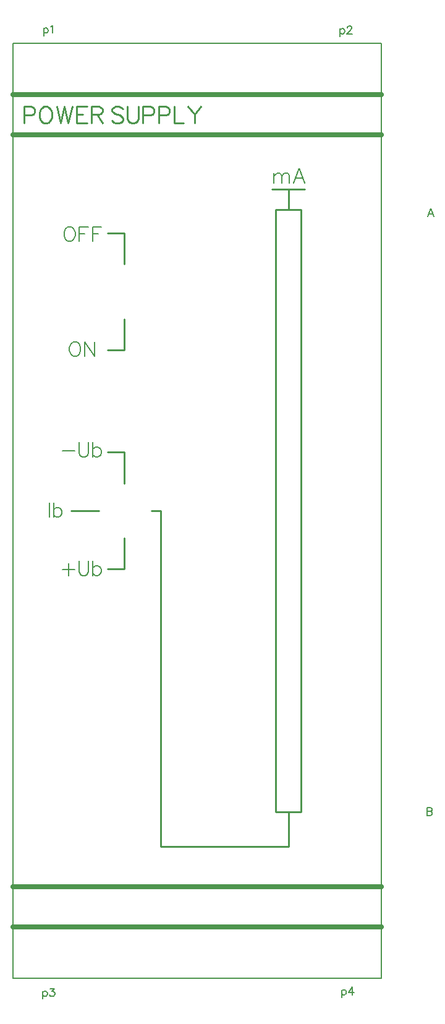
<source format=gto>
G04 start of page 9 for group -4079 idx -4079 *
G04 Title: 31.001.00.01.01.pcb, topsilk *
G04 Creator: pcb 4.2.1 *
G04 CreationDate: Wed Dec 23 16:06:14 2020 UTC *
G04 For: bert *
G04 Format: Gerber/RS-274X *
G04 PCB-Dimensions (mil): 3937.01 5905.51 *
G04 PCB-Coordinate-Origin: lower left *
%MOIN*%
%FSLAX25Y25*%
%LNGTO*%
%ADD36C,0.0084*%
%ADD35C,0.0250*%
%ADD34C,0.0100*%
%ADD33C,0.0080*%
G54D33*X238189Y551181D02*X238187Y47243D01*
G54D34*X181102Y461614D02*Y136811D01*
X194882D01*
Y461614D01*
X179134Y472441D02*X196850D01*
X187992Y118110D02*Y136811D01*
G54D35*X39370Y96456D02*X238187Y96456D01*
X39370Y74803D02*X238187Y74802D01*
G54D33*X39370Y47244D02*X238187Y47243D01*
G54D34*X119094Y118110D02*X187992D01*
G54D35*X39370Y501969D02*X238189Y501969D01*
X39370Y523622D02*X238189D01*
G54D33*Y551181D02*X39370Y551181D01*
G54D34*X181102Y461614D02*X194882D01*
G54D33*X39370Y47244D02*X39370Y551181D01*
G54D34*X99409Y267717D02*X99409Y284449D01*
Y313976D02*X99409Y330709D01*
Y330708D02*X90551Y330709D01*
X99409Y267717D02*X90551Y267717D01*
X85630Y299213D02*X70866D01*
X187992Y461614D02*Y472441D01*
X90551Y385827D02*X99409D01*
X90551Y448819D02*X99409D01*
Y385827D02*X99409Y402559D01*
Y432087D02*X99409Y448819D01*
X114173Y299213D02*X119094D01*
Y118110D01*
G54D33*X72137Y390228D02*X71385Y389852D01*
X70633Y389100D01*
X70257Y388348D01*
X69881Y387220D01*
Y385340D01*
X70257Y384212D01*
X70633Y383460D01*
X71385Y382708D01*
X72137Y382332D01*
X73641D01*
X74393Y382708D01*
X75145Y383460D01*
X75521Y384212D01*
X75897Y385340D01*
Y387220D02*Y385340D01*
Y387220D02*X75521Y388348D01*
X75145Y389100D01*
X74393Y389852D01*
X73641Y390228D01*
X72137D02*X73641D01*
X78154D02*Y382332D01*
Y390228D02*X83418Y382332D01*
Y390228D02*Y382332D01*
X59055Y303614D02*Y295718D01*
X61311Y303614D02*Y295718D01*
Y299854D02*X62063Y300606D01*
X62815Y300982D01*
X63943D01*
X64695Y300606D01*
X65447Y299854D01*
X65823Y298726D01*
Y297974D01*
X65447Y296846D01*
X64695Y296094D01*
X63943Y295718D01*
X62815D02*X63943D01*
X62815D02*X62063Y296094D01*
X61311Y296846D01*
X69329Y270990D02*Y264222D01*
X65945Y267606D02*X72713D01*
X74969Y272118D02*Y266478D01*
X75345Y265350D01*
X76097Y264598D01*
X77225Y264222D01*
X77977D01*
X79105Y264598D01*
X79857Y265350D01*
X80233Y266478D01*
Y272118D02*Y266478D01*
X82489Y272118D02*Y264222D01*
Y268358D02*X83241Y269110D01*
X83993Y269486D01*
X85121D01*
X85873Y269110D01*
X86625Y268358D01*
X87001Y267230D01*
Y266478D01*
X86625Y265350D01*
X85873Y264598D01*
X85121Y264222D01*
X83993D02*X85121D01*
X83993D02*X83241Y264598D01*
X82489Y265350D01*
X65945Y331582D02*X72713D01*
X74969Y336094D02*Y330454D01*
X75345Y329326D01*
X76097Y328574D01*
X77225Y328198D01*
X77977D01*
X79105Y328574D01*
X79857Y329326D01*
X80233Y330454D01*
Y336094D02*Y330454D01*
X82489Y336094D02*Y328198D01*
Y332334D02*X83241Y333086D01*
X83993Y333462D01*
X85121D01*
X85873Y333086D01*
X86625Y332334D01*
X87001Y331206D01*
Y330454D01*
X86625Y329326D01*
X85873Y328574D01*
X85121Y328198D01*
X83993D02*X85121D01*
X83993D02*X83241Y328574D01*
X82489Y329326D01*
G54D36*X45275Y517021D02*Y508201D01*
Y517021D02*X49055D01*
X50315Y516601D01*
X50735Y516181D01*
X51155Y515341D01*
Y514081D01*
X50735Y513241D01*
X50315Y512821D01*
X49055Y512401D01*
X45275D02*X49055D01*
X56195Y517021D02*X55355Y516601D01*
X54515Y515761D01*
X54095Y514921D01*
X53675Y513661D01*
Y511561D01*
X54095Y510301D01*
X54515Y509461D01*
X55355Y508621D01*
X56195Y508201D01*
X57875D01*
X58715Y508621D01*
X59555Y509461D01*
X59975Y510301D01*
X60395Y511561D01*
Y513661D02*Y511561D01*
Y513661D02*X59975Y514921D01*
X59555Y515761D01*
X58715Y516601D01*
X57875Y517021D01*
X56195D02*X57875D01*
X62915D02*X65015Y508201D01*
X67115Y517021D02*X65015Y508201D01*
X67115Y517021D02*X69215Y508201D01*
X71315Y517021D02*X69215Y508201D01*
X73835Y517021D02*Y508201D01*
Y517021D02*X79295D01*
X73835Y512821D02*X77195D01*
X73835Y508201D02*X79295D01*
X81815Y517021D02*Y508201D01*
Y517021D02*X85595D01*
X86855Y516601D01*
X87275Y516181D01*
X87695Y515341D01*
Y514501D01*
X87275Y513661D01*
X86855Y513241D01*
X85595Y512821D01*
X81815D02*X85595D01*
X84755D02*X87695Y508201D01*
X98615Y515761D02*X97775Y516601D01*
X96515Y517021D01*
X94835D02*X96515D01*
X94835D02*X93575Y516601D01*
X92735Y515761D01*
Y514921D01*
X93155Y514081D01*
X93575Y513661D01*
X94415Y513241D01*
X96935Y512401D01*
X97775Y511981D01*
X98195Y511561D01*
X98615Y510721D01*
Y509461D01*
X97775Y508621D01*
X96515Y508201D01*
X94835D02*X96515D01*
X94835D02*X93575Y508621D01*
X92735Y509461D01*
X101135Y517021D02*Y510721D01*
X101555Y509461D01*
X102395Y508621D01*
X103655Y508201D01*
X104495D01*
X105755Y508621D01*
X106595Y509461D01*
X107015Y510721D01*
Y517021D02*Y510721D01*
X109535Y517021D02*Y508201D01*
Y517021D02*X113315D01*
X114575Y516601D01*
X114995Y516181D01*
X115415Y515341D01*
Y514081D01*
X114995Y513241D01*
X114575Y512821D01*
X113315Y512401D01*
X109535D02*X113315D01*
X117935Y517021D02*Y508201D01*
Y517021D02*X121715D01*
X122975Y516601D01*
X123395Y516181D01*
X123815Y515341D01*
Y514081D01*
X123395Y513241D01*
X122975Y512821D01*
X121715Y512401D01*
X117935D02*X121715D01*
X126335Y517021D02*Y508201D01*
X131375D01*
X133895Y517021D02*X137255Y512821D01*
Y508201D01*
X140615Y517021D02*X137255Y512821D01*
G54D33*X180118Y481100D02*Y475836D01*
Y479596D02*X181246Y480724D01*
X181998Y481100D01*
X183126D01*
X183878Y480724D01*
X184254Y479596D01*
Y475836D01*
Y479596D02*X185382Y480724D01*
X186134Y481100D01*
X187262D01*
X188014Y480724D01*
X188390Y479596D01*
Y475836D01*
X193654Y483732D02*X190646Y475836D01*
X193654Y483732D02*X196662Y475836D01*
X191774Y478468D02*X195534D01*
X69185Y452236D02*X68433Y451860D01*
X67681Y451108D01*
X67305Y450356D01*
X66929Y449228D01*
Y447348D01*
X67305Y446220D01*
X67681Y445468D01*
X68433Y444716D01*
X69185Y444340D01*
X70689D01*
X71441Y444716D01*
X72193Y445468D01*
X72569Y446220D01*
X72945Y447348D01*
Y449228D02*Y447348D01*
Y449228D02*X72569Y450356D01*
X72193Y451108D01*
X71441Y451860D01*
X70689Y452236D01*
X69185D02*X70689D01*
X75201D02*Y444340D01*
Y452236D02*X80089D01*
X75201Y448476D02*X78209D01*
X82345Y452236D02*Y444340D01*
Y452236D02*X87233D01*
X82345Y448476D02*X85353D01*
X264710Y462056D02*X263110Y457856D01*
X264710Y462056D02*X266310Y457856D01*
X263710Y459256D02*X265710D01*
X55971Y559469D02*Y555269D01*
Y558869D02*X56371Y559269D01*
X56771Y559469D01*
X57371D01*
X57771Y559269D01*
X58171Y558869D01*
X58371Y558269D01*
Y557869D01*
X58171Y557269D01*
X57771Y556869D01*
X57371Y556669D01*
X56771D02*X57371D01*
X56771D02*X56371Y556869D01*
X55971Y557269D01*
X59571Y560069D02*X59971Y560269D01*
X60571Y560869D01*
Y556669D01*
X215856Y559120D02*Y554920D01*
Y558520D02*X216256Y558920D01*
X216656Y559120D01*
X217256D01*
X217656Y558920D01*
X218056Y558520D01*
X218256Y557920D01*
Y557520D01*
X218056Y556920D01*
X217656Y556520D01*
X217256Y556320D01*
X216656D02*X217256D01*
X216656D02*X216256Y556520D01*
X215856Y556920D01*
X219656Y559720D02*Y559520D01*
Y559720D02*X219856Y560120D01*
X220056Y560320D01*
X220456Y560520D01*
X221256D01*
X221656Y560320D01*
X221856Y560120D01*
X222056Y559720D01*
Y559320D01*
X221856Y558920D01*
X221456Y558320D01*
X219456Y556320D01*
X222256D01*
X262664Y139179D02*Y134979D01*
Y139179D02*X264464D01*
X265064Y138979D01*
X265264Y138779D01*
X265464Y138379D01*
Y137979D01*
X265264Y137579D01*
X265064Y137379D01*
X264464Y137179D01*
X262664D02*X264464D01*
X265064Y136979D01*
X265264Y136779D01*
X265464Y136379D01*
Y135779D01*
X265264Y135379D01*
X265064Y135179D01*
X264464Y134979D01*
X262664D02*X264464D01*
X55514Y40236D02*Y36036D01*
Y39636D02*X55914Y40036D01*
X56314Y40236D01*
X56914D01*
X57314Y40036D01*
X57714Y39636D01*
X57914Y39036D01*
Y38636D01*
X57714Y38036D01*
X57314Y37636D01*
X56914Y37436D01*
X56314D02*X56914D01*
X56314D02*X55914Y37636D01*
X55514Y38036D01*
X59514Y41636D02*X61714D01*
X60514Y40036D01*
X61114D01*
X61514Y39836D01*
X61714Y39636D01*
X61914Y39036D01*
Y38636D01*
X61714Y38036D01*
X61314Y37636D01*
X60714Y37436D01*
X60114D02*X60714D01*
X60114D02*X59514Y37636D01*
X59314Y37836D01*
X59114Y38236D01*
X216731Y40927D02*Y36727D01*
Y40327D02*X217131Y40727D01*
X217531Y40927D01*
X218131D01*
X218531Y40727D01*
X218931Y40327D01*
X219131Y39727D01*
Y39327D01*
X218931Y38727D01*
X218531Y38327D01*
X218131Y38127D01*
X217531D02*X218131D01*
X217531D02*X217131Y38327D01*
X216731Y38727D01*
X222331Y42327D02*X220331Y39527D01*
X223331D01*
X222331Y42327D02*Y38127D01*
M02*

</source>
